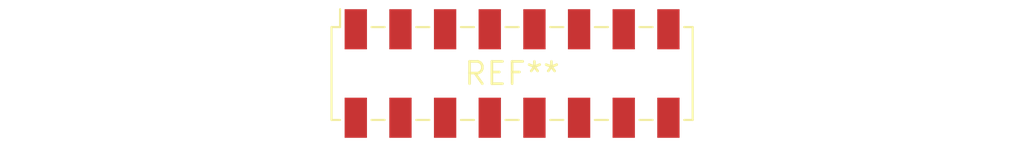
<source format=kicad_pcb>
(kicad_pcb (version 20240108) (generator pcbnew)
  (layers (0 "F.Cu" signal) (31 "B.Cu" signal) (34 "B.Paste" user) (35 "F.Paste" user) (36 "B.SilkS" user "B.Silkscreen") (37 "F.SilkS" user "F.Silkscreen") (38 "B.Mask" user) (39 "F.Mask" user) (44 "Edge.Cuts" user))
  (net 0 "")
  (footprint "Samtec_HLE-108-02-xxx-DV-A_2x08_P2.54mm_Horizontal" (layer "F.Cu") (at 0 0)
    (property "Reference" "REF**")
    (property "Value" "Samtec_HLE-108-02-xxx-DV-A_2x08_P2.54mm_Horizontal")
    (fp_line (start -10.27 -2.65) (end -10.27 2.65) (layer "F.SilkS") (stroke (width 0.12)))
    (fp_line (start -10.27 2.65) (end -9.785 2.65) (layer "F.SilkS") (stroke (width 0.12)))
    (fp_line (start -9.785 -3.67) (end -9.785 -2.65) (layer "F.SilkS") (stroke (width 0.12)))
    (fp_line (start -9.785 -2.65) (end -10.27 -2.65) (layer "F.SilkS") (stroke (width 0.12)))
    (fp_line (start -7.995 -2.65) (end -7.245 -2.65) (layer "F.SilkS") (stroke (width 0.12)))
    (fp_line (start -7.995 2.65) (end -7.245 2.65) (layer "F.SilkS") (stroke (width 0.12)))
    (fp_line (start -5.455 -2.65) (end -4.705 -2.65) (layer "F.SilkS") (stroke (width 0.12)))
    (fp_line (start -5.455 2.65) (end -4.705 2.65) (layer "F.SilkS") (stroke (width 0.12)))
    (fp_line (start -2.915 -2.65) (end -2.165 -2.65) (layer "F.SilkS") (stroke (width 0.12)))
    (fp_line (start -2.915 2.65) (end -2.165 2.65) (layer "F.SilkS") (stroke (width 0.12)))
    (fp_line (start -0.375 -2.65) (end 0.375 -2.65) (layer "F.SilkS") (stroke (width 0.12)))
    (fp_line (start -0.375 2.65) (end 0.375 2.65) (layer "F.SilkS") (stroke (width 0.12)))
    (fp_line (start 2.165 -2.65) (end 2.915 -2.65) (layer "F.SilkS") (stroke (width 0.12)))
    (fp_line (start 2.165 2.65) (end 2.915 2.65) (layer "F.SilkS") (stroke (width 0.12)))
    (fp_line (start 4.705 -2.65) (end 5.455 -2.65) (layer "F.SilkS") (stroke (width 0.12)))
    (fp_line (start 4.705 2.65) (end 5.455 2.65) (layer "F.SilkS") (stroke (width 0.12)))
    (fp_line (start 7.245 -2.65) (end 7.995 -2.65) (layer "F.SilkS") (stroke (width 0.12)))
    (fp_line (start 7.245 2.65) (end 7.995 2.65) (layer "F.SilkS") (stroke (width 0.12)))
    (fp_line (start 9.785 -2.65) (end 10.27 -2.65) (layer "F.SilkS") (stroke (width 0.12)))
    (fp_line (start 10.27 -2.65) (end 10.27 2.65) (layer "F.SilkS") (stroke (width 0.12)))
    (fp_line (start 10.27 2.65) (end 9.785 2.65) (layer "F.SilkS") (stroke (width 0.12)))
    (pad "" np_thru_hole circle (at -7.62 0) (size 1.78 1.78) (drill 1.78) (layers *.Cu *.Mask))
    (pad "" np_thru_hole circle (at 7.62 0) (size 1.78 1.78) (drill 1.78) (layers *.Cu *.Mask))
    (pad "1" smd rect (at -8.89 -2.525) (size 1.27 2.29) (layers "F.Cu" "F.Paste" "F.Mask"))
    (pad "2" smd rect (at -8.89 2.525) (size 1.27 2.29) (layers "F.Cu" "F.Paste" "F.Mask"))
    (pad "3" smd rect (at -6.35 -2.525) (size 1.27 2.29) (layers "F.Cu" "F.Paste" "F.Mask"))
    (pad "4" smd rect (at -6.35 2.525) (size 1.27 2.29) (layers "F.Cu" "F.Paste" "F.Mask"))
    (pad "5" smd rect (at -3.81 -2.525) (size 1.27 2.29) (layers "F.Cu" "F.Paste" "F.Mask"))
    (pad "6" smd rect (at -3.81 2.525) (size 1.27 2.29) (layers "F.Cu" "F.Paste" "F.Mask"))
    (pad "7" smd rect (at -1.27 -2.525) (size 1.27 2.29) (layers "F.Cu" "F.Paste" "F.Mask"))
    (pad "8" smd rect (at -1.27 2.525) (size 1.27 2.29) (layers "F.Cu" "F.Paste" "F.Mask"))
    (pad "9" smd rect (at 1.27 -2.525) (size 1.27 2.29) (layers "F.Cu" "F.Paste" "F.Mask"))
    (pad "10" smd rect (at 1.27 2.525) (size 1.27 2.29) (layers "F.Cu" "F.Paste" "F.Mask"))
    (pad "11" smd rect (at 3.81 -2.525) (size 1.27 2.29) (layers "F.Cu" "F.Paste" "F.Mask"))
    (pad "12" smd rect (at 3.81 2.525) (size 1.27 2.29) (layers "F.Cu" "F.Paste" "F.Mask"))
    (pad "13" smd rect (at 6.35 -2.525) (size 1.27 2.29) (layers "F.Cu" "F.Paste" "F.Mask"))
    (pad "14" smd rect (at 6.35 2.525) (size 1.27 2.29) (layers "F.Cu" "F.Paste" "F.Mask"))
    (pad "15" smd rect (at 8.89 -2.525) (size 1.27 2.29) (layers "F.Cu" "F.Paste" "F.Mask"))
    (pad "16" smd rect (at 8.89 2.525) (size 1.27 2.29) (layers "F.Cu" "F.Paste" "F.Mask"))
  )
)
</source>
